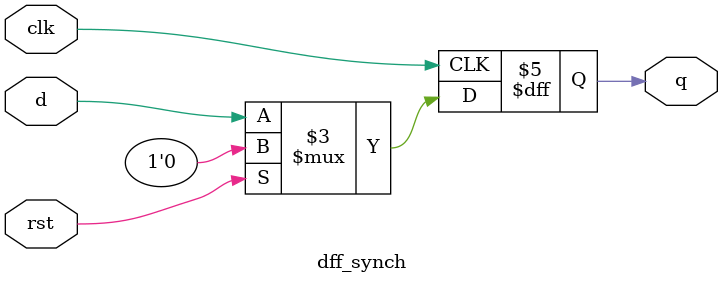
<source format=v>
module dff_synch(input clk ,input rst, input d , output reg q);
always@(posedge clk)
begin
if(rst)
q <= 1'b0; 
else
q <=d;
end
endmodule

</source>
